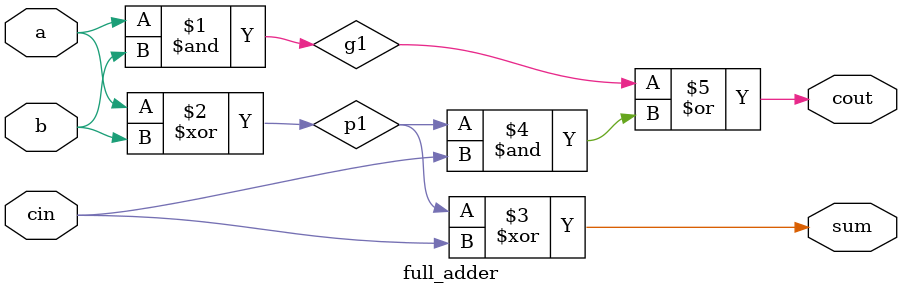
<source format=v>
module full_adder (
    input a, 
    input b,
    input cin,
    output sum,
    output cout
);

    wire g1,p1;
    assign g1 = a & b;
    assign p1 = a ^ b;

    assign sum = p1 ^ cin;
    assign cout = g1 | (p1 & cin);

endmodule

</source>
